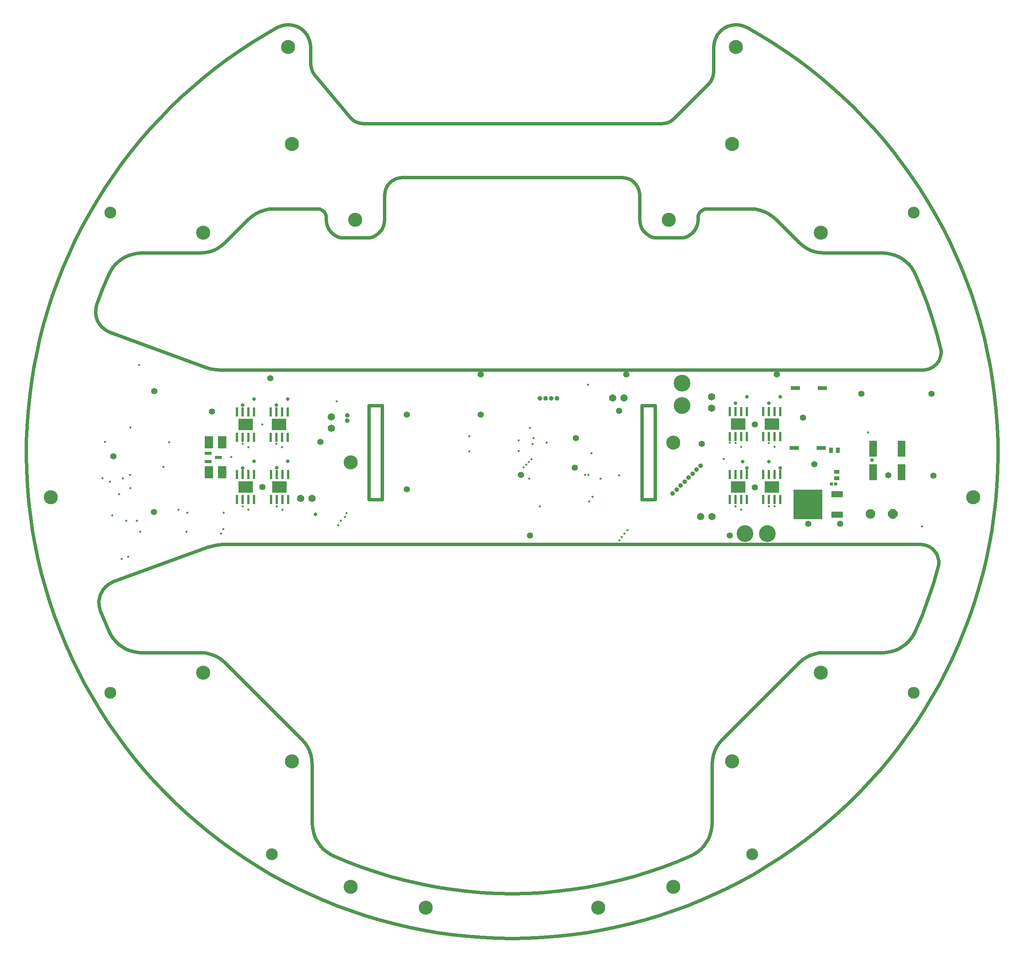
<source format=gbs>
G04*
G04 #@! TF.GenerationSoftware,Altium Limited,Altium Designer,18.1.7 (191)*
G04*
G04 Layer_Color=16711935*
%FSLAX42Y42*%
%MOMM*%
G71*
G01*
G75*
%ADD19C,0.80*%
%ADD20R,1.17X0.90*%
%ADD28R,0.90X1.17*%
%ADD44R,1.65X0.75*%
%ADD52C,1.05*%
%ADD53C,1.65*%
%ADD54C,2.15*%
%ADD55P,2.33X8X202.5*%
%ADD56C,3.75*%
%ADD57C,2.65*%
%ADD58C,3.15*%
%ADD59C,0.50*%
%ADD60C,1.42*%
%ADD61C,0.80*%
%ADD120R,0.65X0.80*%
%ADD121R,2.15X0.95*%
%ADD122R,6.40X6.65*%
%ADD123R,2.65X1.35*%
%ADD124R,1.67X3.53*%
%ADD125R,1.85X2.69*%
%ADD126R,0.60X2.05*%
%ADD127R,3.25X2.55*%
D19*
X14049Y9800D02*
Y11900D01*
X13749D02*
X14049D01*
X13749Y9800D02*
Y11900D01*
Y9800D02*
X14049D01*
X4367Y15480D02*
X4446Y15549D01*
X4280Y15422D02*
X4367Y15480D01*
X4186Y15375D02*
X4280Y15422D01*
X4087Y15342D02*
X4186Y15375D01*
X3984Y15321D02*
X4087Y15342D01*
X3880Y15314D02*
X3984Y15321D01*
X2574Y15314D02*
X3880D01*
X2481Y15309D02*
X2574Y15314D01*
X2391Y15293D02*
X2481Y15309D01*
X2302Y15267D02*
X2391Y15293D01*
X2217Y15231D02*
X2302Y15267D01*
X2137Y15185D02*
X2217Y15231D01*
X2063Y15130D02*
X2137Y15185D01*
X1995Y15067D02*
X2063Y15130D01*
X1936Y14997D02*
X1995Y15067D01*
X1884Y14920D02*
X1936Y14997D01*
X1842Y14838D02*
X1884Y14920D01*
X1703Y14508D02*
X1842Y14838D01*
X1576Y14173D02*
X1703Y14508D01*
X1555Y14097D02*
X1576Y14173D01*
X1547Y14019D02*
X1555Y14097D01*
X1547Y14019D02*
X1550Y13941D01*
X1566Y13865D01*
X1594Y13792D01*
X1633Y13724D01*
X1681Y13662D01*
X1739Y13610D01*
X1804Y13567D01*
X1876Y13534D01*
X4002Y12760D01*
X4113Y12727D01*
X4228Y12707D01*
X4344Y12700D01*
X20027D01*
X20092Y12705D01*
X20156Y12721D01*
X20216Y12748D01*
X20272Y12784D01*
X20320Y12828D01*
X20361Y12880D01*
X20392Y12938D01*
X20414Y13000D01*
X20425Y13064D01*
X20426Y13130D01*
X20415Y13195D02*
X20426Y13130D01*
X20327Y13531D02*
X20415Y13195D01*
X20226Y13864D02*
X20327Y13531D01*
X20114Y14193D02*
X20226Y13864D01*
X19990Y14518D02*
X20114Y14193D01*
X19855Y14838D02*
X19990Y14518D01*
X19813Y14920D02*
X19855Y14838D01*
X19761Y14997D02*
X19813Y14920D01*
X19702Y15067D02*
X19761Y14997D01*
X19634Y15130D02*
X19702Y15067D01*
X19560Y15185D02*
X19634Y15130D01*
X19480Y15231D02*
X19560Y15185D01*
X19395Y15267D02*
X19480Y15231D01*
X19306Y15293D02*
X19395Y15267D01*
X19216Y15309D02*
X19306Y15293D01*
X19123Y15314D02*
X19216Y15309D01*
X17817Y15314D02*
X19123D01*
X17713Y15321D02*
X17817Y15314D01*
X17610Y15342D02*
X17713Y15321D01*
X17511Y15375D02*
X17610Y15342D01*
X17417Y15422D02*
X17511Y15375D01*
X17330Y15480D02*
X17417Y15422D01*
X17251Y15549D02*
X17330Y15480D01*
X16734Y16066D02*
X17251Y15549D01*
X16656Y16135D02*
X16734Y16066D01*
X16569Y16193D02*
X16656Y16135D01*
X16475Y16239D02*
X16569Y16193D01*
X16376Y16273D02*
X16475Y16239D01*
X16273Y16293D02*
X16376Y16273D01*
X16169Y16300D02*
X16273Y16293D01*
X15199Y16300D02*
X16169D01*
X15154Y16295D02*
X15199Y16300D01*
X15112Y16280D02*
X15154Y16295D01*
X15074Y16256D02*
X15112Y16280D01*
X15042Y16225D02*
X15074Y16256D01*
X15018Y16187D02*
X15042Y16225D01*
X15004Y16145D02*
X15018Y16187D01*
X14999Y16100D02*
X15004Y16145D01*
X14999Y16050D02*
Y16100D01*
X14992Y15981D02*
X14999Y16050D01*
X14974Y15913D02*
X14992Y15981D01*
X14945Y15850D02*
X14974Y15913D01*
X14905Y15793D02*
X14945Y15850D01*
X14856Y15744D02*
X14905Y15793D01*
X14799Y15704D02*
X14856Y15744D01*
X14735Y15674D02*
X14799Y15704D01*
X14668Y15656D02*
X14735Y15674D01*
X14599Y15650D02*
X14668Y15656D01*
X14099Y15650D02*
X14599D01*
X14029Y15656D02*
X14099Y15650D01*
X13962Y15674D02*
X14029Y15656D01*
X13899Y15704D02*
X13962Y15674D01*
X13841Y15744D02*
X13899Y15704D01*
X13792Y15793D02*
X13841Y15744D01*
X13752Y15850D02*
X13792Y15793D01*
X13723Y15913D02*
X13752Y15850D01*
X13705Y15981D02*
X13723Y15913D01*
X13699Y16050D02*
X13705Y15981D01*
X13699Y16050D02*
Y16600D01*
X13692Y16669D02*
X13699Y16600D01*
X13674Y16737D02*
X13692Y16669D01*
X13645Y16800D02*
X13674Y16737D01*
X13605Y16857D02*
X13645Y16800D01*
X13556Y16906D02*
X13605Y16857D01*
X13499Y16946D02*
X13556Y16906D01*
X13435Y16976D02*
X13499Y16946D01*
X13368Y16994D02*
X13435Y16976D01*
X13299Y17000D02*
X13368Y16994D01*
X8399Y17000D02*
X13299D01*
X8329Y16994D02*
X8399Y17000D01*
X8262Y16976D02*
X8329Y16994D01*
X8199Y16946D02*
X8262Y16976D01*
X8141Y16906D02*
X8199Y16946D01*
X8092Y16857D02*
X8141Y16906D01*
X8052Y16800D02*
X8092Y16857D01*
X8023Y16737D02*
X8052Y16800D01*
X8005Y16669D02*
X8023Y16737D01*
X7999Y16600D02*
X8005Y16669D01*
X7999Y16050D02*
Y16600D01*
X7992Y15981D02*
X7999Y16050D01*
X7974Y15913D02*
X7992Y15981D01*
X7945Y15850D02*
X7974Y15913D01*
X7905Y15793D02*
X7945Y15850D01*
X7856Y15744D02*
X7905Y15793D01*
X7799Y15704D02*
X7856Y15744D01*
X7735Y15674D02*
X7799Y15704D01*
X7668Y15656D02*
X7735Y15674D01*
X7599Y15650D02*
X7668Y15656D01*
X7099Y15650D02*
X7599D01*
X7029Y15656D02*
X7099Y15650D01*
X6962Y15674D02*
X7029Y15656D01*
X6899Y15704D02*
X6962Y15674D01*
X6841Y15744D02*
X6899Y15704D01*
X6792Y15793D02*
X6841Y15744D01*
X6752Y15850D02*
X6792Y15793D01*
X6723Y15913D02*
X6752Y15850D01*
X6705Y15981D02*
X6723Y15913D01*
X6699Y16050D02*
X6705Y15981D01*
X6699Y16050D02*
Y16100D01*
X6693Y16145D02*
X6699Y16100D01*
X6679Y16187D02*
X6693Y16145D01*
X6655Y16225D02*
X6679Y16187D01*
X6623Y16256D02*
X6655Y16225D01*
X6585Y16280D02*
X6623Y16256D01*
X6543Y16295D02*
X6585Y16280D01*
X6499Y16300D02*
X6543Y16295D01*
X5528Y16300D02*
X6499D01*
X5424Y16293D02*
X5528Y16300D01*
X5321Y16273D02*
X5424Y16293D01*
X5222Y16239D02*
X5321Y16273D01*
X5128Y16193D02*
X5222Y16239D01*
X5041Y16135D02*
X5128Y16193D01*
X4963Y16066D02*
X5041Y16135D01*
X4446Y15549D02*
X4963Y16066D01*
X1883Y7940D02*
X1948Y7970D01*
X1822Y7901D02*
X1883Y7940D01*
X1767Y7854D02*
X1822Y7901D01*
X1720Y7800D02*
X1767Y7854D01*
X1681Y7739D02*
X1720Y7800D01*
X1651Y7674D02*
X1681Y7739D01*
X1630Y7604D02*
X1651Y7674D01*
X1620Y7533D02*
X1630Y7604D01*
X1620Y7533D02*
X1621Y7461D01*
X1632Y7390D01*
X1653Y7321D01*
X1842Y6862D01*
X1884Y6780D01*
X1936Y6703D01*
X1995Y6633D01*
X2063Y6570D01*
X2137Y6515D01*
X2217Y6469D01*
X2302Y6433D01*
X2391Y6407D01*
X2481Y6391D01*
X2574Y6386D01*
X3880D01*
X3984Y6379D01*
X4087Y6358D01*
X4186Y6325D01*
X4280Y6278D01*
X4367Y6220D01*
X4446Y6151D01*
X6150Y4447D01*
X6219Y4368D01*
X6277Y4281D01*
X6323Y4188D01*
X6357Y4088D01*
X6377Y3986D01*
X6384Y3881D01*
Y2575D02*
Y3881D01*
Y2575D02*
X6389Y2483D01*
X6405Y2392D01*
X6432Y2304D01*
X6468Y2219D01*
X6514Y2139D01*
X6568Y2064D01*
X6631Y1997D01*
X6701Y1937D01*
X6778Y1886D01*
X6860Y1844D01*
X7175Y1710D01*
X7495Y1588D01*
X7819Y1478D01*
X8146Y1378D01*
X8477Y1290D01*
X8810Y1213D01*
X9146Y1148D01*
X9484Y1095D01*
X9824Y1053D01*
X10165Y1024D01*
X10506Y1006D01*
X10849Y1000D01*
X11191Y1006D01*
X11532Y1024D01*
X11873Y1053D01*
X12213Y1095D01*
X12551Y1148D01*
X12887Y1213D01*
X13220Y1290D01*
X13551Y1378D01*
X13878Y1478D01*
X14202Y1588D01*
X14522Y1710D01*
X14837Y1844D01*
X14919Y1886D01*
X14996Y1937D01*
X15066Y1997D01*
X15129Y2064D01*
X15183Y2139D01*
X15229Y2219D01*
X15265Y2304D01*
X15292Y2392D01*
X15308Y2483D01*
X15313Y2575D01*
Y3881D01*
X15320Y3986D01*
X15340Y4088D01*
X15374Y4188D01*
X15420Y4281D01*
X15478Y4368D01*
X15547Y4447D01*
X17251Y6151D01*
X17330Y6220D01*
X17417Y6278D01*
X17511Y6325D01*
X17610Y6358D01*
X17713Y6379D01*
X17817Y6386D01*
X19123D01*
X19216Y6391D01*
X19306Y6407D01*
X19395Y6433D01*
X19480Y6469D01*
X19560Y6515D01*
X19634Y6570D01*
X19702Y6633D01*
X19761Y6703D01*
X19813Y6780D01*
X19855Y6862D01*
X20002Y7213D01*
X20136Y7569D01*
X20256Y7931D01*
X20362Y8296D01*
X20374Y8362D01*
X20374Y8428D01*
X20364Y8494D02*
X20374Y8428D01*
X20343Y8557D02*
X20364Y8494D01*
X20312Y8616D02*
X20343Y8557D01*
X20271Y8669D02*
X20312Y8616D01*
X20223Y8714D02*
X20271Y8669D01*
X20167Y8751D02*
X20223Y8714D01*
X20106Y8778D02*
X20167Y8751D01*
X20042Y8794D02*
X20106Y8778D01*
X19975Y8800D02*
X20042Y8794D01*
X4406Y8800D02*
X19975D01*
X4290Y8793D02*
X4406Y8800D01*
X4176Y8773D02*
X4290Y8793D01*
X4064Y8740D02*
X4176Y8773D01*
X1948Y7970D02*
X4064Y8740D01*
X7649Y11900D02*
X7949D01*
X7649Y9800D02*
Y11900D01*
Y9800D02*
X7949D01*
Y11900D01*
X5607Y20350D02*
X5674Y20381D01*
X5745Y20401D01*
X5819Y20411D01*
X5893Y20410D01*
X5966Y20398D01*
X6036Y20376D01*
X6103Y20343D01*
X6163Y20300D01*
X6217Y20250D01*
X6263Y20192D01*
X6300Y20127D01*
X6327Y20058D01*
X6343Y19986D01*
X6349Y19912D01*
Y19545D02*
Y19912D01*
Y19545D02*
X6355Y19476D01*
X6372Y19409D01*
X6402Y19346D01*
X6441Y19289D01*
X7229Y18344D01*
X7278Y18294D01*
X7335Y18254D01*
X7399Y18224D01*
X7466Y18206D01*
X7536Y18200D01*
X14183D01*
X14261Y18208D01*
X14336Y18230D01*
X14405Y18267D01*
X14466Y18317D01*
X15231Y19083D01*
X15281Y19143D01*
X15318Y19213D01*
X15341Y19288D01*
X15349Y19366D01*
Y19912D01*
X15354Y19986D01*
X15370Y20058D01*
X15397Y20127D01*
X15434Y20192D01*
X15480Y20250D01*
X15534Y20300D01*
X15594Y20343D01*
X15661Y20376D01*
X15731Y20398D01*
X15804Y20410D01*
X15878Y20411D01*
X15952Y20401D01*
X16023Y20381D01*
X16090Y20350D01*
X16379Y20185D01*
X16663Y20011D01*
X16941Y19828D01*
X17213Y19637D01*
X17480Y19438D01*
X17740Y19231D01*
X17993Y19015D01*
X18240Y18792D01*
X18481Y18562D01*
X18713Y18324D01*
X18939Y18080D01*
X19157Y17828D01*
X19367Y17570D01*
X19569Y17306D01*
X19763Y17035D01*
X19948Y16759D01*
X20125Y16477D01*
X20293Y16190D01*
X20453Y15898D01*
X20603Y15601D01*
X20744Y15300D01*
X20876Y14994D01*
X20998Y14685D01*
X21111Y14372D01*
X21214Y14056D01*
X21308Y13736D01*
X21391Y13414D01*
X21465Y13090D01*
X21528Y12763D01*
X21582Y12435D01*
X21626Y12105D01*
X21659Y11774D01*
X21682Y11442D01*
X21695Y11109D01*
X21698Y10777D01*
X21691Y10444D02*
X21698Y10777D01*
X21673Y10112D02*
X21691Y10444D01*
X21646Y9780D02*
X21673Y10112D01*
X21608Y9450D02*
X21646Y9780D01*
X21560Y9120D02*
X21608Y9450D01*
X21502Y8793D02*
X21560Y9120D01*
X21434Y8467D02*
X21502Y8793D01*
X21356Y8144D02*
X21434Y8467D01*
X21268Y7823D02*
X21356Y8144D01*
X21170Y7505D02*
X21268Y7823D01*
X21062Y7190D02*
X21170Y7505D01*
X20945Y6878D02*
X21062Y7190D01*
X20819Y6571D02*
X20945Y6878D01*
X20683Y6267D02*
X20819Y6571D01*
X20538Y5968D02*
X20683Y6267D01*
X20384Y5673D02*
X20538Y5968D01*
X20220Y5383D02*
X20384Y5673D01*
X20048Y5098D02*
X20220Y5383D01*
X19868Y4819D02*
X20048Y5098D01*
X19678Y4545D02*
X19868Y4819D01*
X19481Y4277D02*
X19678Y4545D01*
X19275Y4015D02*
X19481Y4277D01*
X19062Y3760D02*
X19275Y4015D01*
X18841Y3512D02*
X19062Y3760D01*
X18612Y3270D02*
X18841Y3512D01*
X18376Y3036D02*
X18612Y3270D01*
X18133Y2809D02*
X18376Y3036D01*
X17883Y2589D02*
X18133Y2809D01*
X17626Y2377D02*
X17883Y2589D01*
X17363Y2173D02*
X17626Y2377D01*
X17094Y1978D02*
X17363Y2173D01*
X16819Y1790D02*
X17094Y1978D01*
X16538Y1612D02*
X16819Y1790D01*
X16252Y1441D02*
X16538Y1612D01*
X15961Y1280D02*
X16252Y1441D01*
X15665Y1128D02*
X15961Y1280D01*
X15365Y985D02*
X15665Y1128D01*
X15060Y851D02*
X15365Y985D01*
X14752Y726D02*
X15060Y851D01*
X14440Y612D02*
X14752Y726D01*
X14124Y506D02*
X14440Y612D01*
X13805Y411D02*
X14124Y506D01*
X13484Y325D02*
X13805Y411D01*
X13160Y249D02*
X13484Y325D01*
X12834Y183D02*
X13160Y249D01*
X12506Y127D02*
X12834Y183D01*
X12176Y82D02*
X12506Y127D01*
X11845Y46D02*
X12176Y82D01*
X11514Y20D02*
X11845Y46D01*
X11181Y5D02*
X11514Y20D01*
X10849Y-0D02*
X11181Y5D01*
X10516D02*
X10849Y-0D01*
X10183Y20D02*
X10516Y5D01*
X9852Y46D02*
X10183Y20D01*
X9521Y82D02*
X9852Y46D01*
X9191Y127D02*
X9521Y82D01*
X8863Y183D02*
X9191Y127D01*
X8537Y249D02*
X8863Y183D01*
X8213Y325D02*
X8537Y249D01*
X7892Y411D02*
X8213Y325D01*
X7573Y506D02*
X7892Y411D01*
X7257Y612D02*
X7573Y506D01*
X6945Y726D02*
X7257Y612D01*
X6637Y851D02*
X6945Y726D01*
X6332Y985D02*
X6637Y851D01*
X6032Y1128D02*
X6332Y985D01*
X5736Y1280D02*
X6032Y1128D01*
X5445Y1441D02*
X5736Y1280D01*
X5159Y1612D02*
X5445Y1441D01*
X4878Y1790D02*
X5159Y1612D01*
X4603Y1978D02*
X4878Y1790D01*
X4334Y2173D02*
X4603Y1978D01*
X4071Y2377D02*
X4334Y2173D01*
X3814Y2589D02*
X4071Y2377D01*
X3564Y2809D02*
X3814Y2589D01*
X3321Y3036D02*
X3564Y2809D01*
X3085Y3270D02*
X3321Y3036D01*
X2856Y3512D02*
X3085Y3270D01*
X2635Y3760D02*
X2856Y3512D01*
X2422Y4015D02*
X2635Y3760D01*
X2216Y4277D02*
X2422Y4015D01*
X2019Y4545D02*
X2216Y4277D01*
X1829Y4819D02*
X2019Y4545D01*
X1649Y5098D02*
X1829Y4819D01*
X1477Y5383D02*
X1649Y5098D01*
X1313Y5673D02*
X1477Y5383D01*
X1159Y5968D02*
X1313Y5673D01*
X1014Y6267D02*
X1159Y5968D01*
X878Y6571D02*
X1014Y6267D01*
X752Y6878D02*
X878Y6571D01*
X635Y7190D02*
X752Y6878D01*
X527Y7505D02*
X635Y7190D01*
X429Y7823D02*
X527Y7505D01*
X341Y8144D02*
X429Y7823D01*
X263Y8467D02*
X341Y8144D01*
X195Y8793D02*
X263Y8467D01*
X137Y9120D02*
X195Y8793D01*
X89Y9450D02*
X137Y9120D01*
X51Y9780D02*
X89Y9450D01*
X24Y10112D02*
X51Y9780D01*
X6Y10444D02*
X24Y10112D01*
X-1Y10777D02*
X6Y10444D01*
X-1Y10777D02*
X2Y11109D01*
X15Y11442D01*
X38Y11774D01*
X71Y12105D01*
X115Y12435D01*
X169Y12763D01*
X232Y13090D01*
X306Y13414D01*
X389Y13736D01*
X483Y14056D01*
X586Y14372D01*
X699Y14685D01*
X821Y14994D01*
X953Y15300D01*
X1094Y15601D01*
X1244Y15898D01*
X1404Y16190D01*
X1572Y16477D01*
X1749Y16759D01*
X1934Y17035D01*
X2128Y17306D01*
X2330Y17570D01*
X2540Y17828D01*
X2758Y18080D01*
X2984Y18324D01*
X3216Y18562D01*
X3457Y18792D01*
X3704Y19015D01*
X3957Y19231D01*
X4217Y19438D01*
X4484Y19637D01*
X4756Y19828D01*
X5034Y20011D01*
X5318Y20185D01*
X5607Y20350D01*
X14049Y9800D02*
Y11900D01*
X13749D02*
X14049D01*
X13749Y9800D02*
Y11900D01*
Y9800D02*
X14049D01*
X7649Y11900D02*
X7949D01*
X7649Y9800D02*
Y11900D01*
Y9800D02*
X7949D01*
Y11900D01*
D20*
X18104Y10424D02*
D03*
Y10276D02*
D03*
D28*
X18124Y10900D02*
D03*
X17976D02*
D03*
D44*
X4295Y10740D02*
D03*
X4065Y10835D02*
D03*
Y10645D02*
D03*
D52*
X11475Y12065D02*
D03*
X11600D02*
D03*
X11850D02*
D03*
X11725D02*
D03*
X14880Y10380D02*
D03*
X14792Y10292D02*
D03*
X14968Y10468D02*
D03*
X15057Y10557D02*
D03*
X14703Y10203D02*
D03*
X14615Y10115D02*
D03*
X14438Y9938D02*
D03*
X14526Y10026D02*
D03*
X7168Y11685D02*
D03*
Y11560D02*
D03*
D53*
X13096Y12072D02*
D03*
X13350D02*
D03*
X15312Y9425D02*
D03*
X15058D02*
D03*
X15310Y12097D02*
D03*
Y11843D02*
D03*
X6382Y9825D02*
D03*
X6128D02*
D03*
X6815Y11652D02*
D03*
Y11398D02*
D03*
D54*
X18850Y9480D02*
D03*
D55*
X19350D02*
D03*
D56*
X16055Y9040D02*
D03*
X16555D02*
D03*
X14643Y12405D02*
D03*
Y11905D02*
D03*
D57*
X5486Y1881D02*
D03*
X19818Y5487D02*
D03*
X1879D02*
D03*
Y16213D02*
D03*
X19818D02*
D03*
X16211Y1881D02*
D03*
D58*
X547Y9850D02*
D03*
X7249Y1146D02*
D03*
X8924Y681D02*
D03*
X5849Y19912D02*
D03*
X3954Y15764D02*
D03*
Y5936D02*
D03*
X17743Y15764D02*
D03*
X15763Y17744D02*
D03*
X14349Y16050D02*
D03*
X5934Y3956D02*
D03*
X7349Y16050D02*
D03*
X5934Y17744D02*
D03*
X7249Y10630D02*
D03*
X14449Y11070D02*
D03*
X17743Y5936D02*
D03*
X15763Y3956D02*
D03*
X21150Y9850D02*
D03*
X15849Y19912D02*
D03*
X12774Y681D02*
D03*
X14449Y1146D02*
D03*
D59*
X18800Y11300D02*
D03*
X1921Y9450D02*
D03*
X2550Y9079D02*
D03*
X5275Y11475D02*
D03*
X20009Y9200D02*
D03*
X4404Y9141D02*
D03*
X12545Y12370D02*
D03*
X13360Y9040D02*
D03*
X13302Y8962D02*
D03*
X12557Y10350D02*
D03*
X12475D02*
D03*
X13240Y10347D02*
D03*
X13423Y9115D02*
D03*
X13250Y8888D02*
D03*
X15575Y10707D02*
D03*
X6930Y11997D02*
D03*
X16712Y9653D02*
D03*
X11225Y10640D02*
D03*
X11285Y10703D02*
D03*
X11165Y10582D02*
D03*
X11110Y10520D02*
D03*
X11230Y10270D02*
D03*
X11000Y10890D02*
D03*
X12825Y10267D02*
D03*
X1700Y10280D02*
D03*
X2070Y9920D02*
D03*
X1760Y11090D02*
D03*
X2520Y12810D02*
D03*
X7150Y9497D02*
D03*
X12650Y9860D02*
D03*
X12575Y9760D02*
D03*
X11475Y9650D02*
D03*
X2475Y9325D02*
D03*
X11620Y11070D02*
D03*
X11250Y11400D02*
D03*
X11310Y11040D02*
D03*
X11330Y11170D02*
D03*
X12625Y10835D02*
D03*
X4964Y10971D02*
D03*
X3060Y10530D02*
D03*
X3600Y9510D02*
D03*
X3190Y11080D02*
D03*
X4837Y11043D02*
D03*
X7115Y9410D02*
D03*
X6970Y9230D02*
D03*
X7025Y9325D02*
D03*
X4350Y9043D02*
D03*
X3400Y9570D02*
D03*
X4406Y9510D02*
D03*
X2161Y10279D02*
D03*
X3580Y9080D02*
D03*
X1874Y10197D02*
D03*
X2325Y11411D02*
D03*
X4575Y10750D02*
D03*
X2236Y9325D02*
D03*
X2275Y8525D02*
D03*
X2131Y8474D02*
D03*
X11000Y11125D02*
D03*
X5721Y9575D02*
D03*
X5594Y9650D02*
D03*
X4964Y9575D02*
D03*
X4837Y9650D02*
D03*
X2326Y10058D02*
D03*
X2319Y10356D02*
D03*
X15963Y10981D02*
D03*
X9899Y11220D02*
D03*
Y10880D02*
D03*
X5713Y10970D02*
D03*
X5586Y11043D02*
D03*
X16713Y10980D02*
D03*
X15837Y11062D02*
D03*
X16587Y11060D02*
D03*
X15710Y11070D02*
D03*
X16587Y9650D02*
D03*
X15964Y9575D02*
D03*
X15837Y9650D02*
D03*
D60*
X10150Y12595D02*
D03*
X13400D02*
D03*
X16761Y12600D02*
D03*
X15710Y8997D02*
D03*
X17466Y9257D02*
D03*
X18175D02*
D03*
X20256Y10338D02*
D03*
X20216Y12161D02*
D03*
X19250Y10347D02*
D03*
X18650Y12161D02*
D03*
X17600Y10591D02*
D03*
X16269Y10076D02*
D03*
X16272Y11475D02*
D03*
X15084Y11050D02*
D03*
X13240Y11784D02*
D03*
X11047Y10350D02*
D03*
X12277Y11170D02*
D03*
X12250Y10510D02*
D03*
X11250Y8997D02*
D03*
X10150Y11702D02*
D03*
X8500Y10031D02*
D03*
Y11702D02*
D03*
X1947Y10770D02*
D03*
X5450Y12508D02*
D03*
X5273Y10085D02*
D03*
X6565Y11091D02*
D03*
X2850Y9519D02*
D03*
X2860Y12220D02*
D03*
X4151Y11770D02*
D03*
X17349Y11629D02*
D03*
D61*
X18890Y10682D02*
D03*
X5090Y10656D02*
D03*
X16000Y10645D02*
D03*
X16091Y10507D02*
D03*
X16587Y11955D02*
D03*
X16090Y12100D02*
D03*
X5838Y10655D02*
D03*
X15843Y11955D02*
D03*
X16843Y12100D02*
D03*
X6460Y9475D02*
D03*
X4837Y10508D02*
D03*
X5594Y10510D02*
D03*
X5586Y11908D02*
D03*
X5840Y12048D02*
D03*
X5091Y12050D02*
D03*
X4837Y11908D02*
D03*
X16588Y10647D02*
D03*
X16840Y10507D02*
D03*
D120*
X18078Y10150D02*
D03*
X17982D02*
D03*
D121*
X17150Y10950D02*
D03*
X17750D02*
D03*
X17180Y12290D02*
D03*
X17780D02*
D03*
D122*
X17455Y9693D02*
D03*
D123*
X18105Y9464D02*
D03*
Y9921D02*
D03*
D124*
X19549Y10410D02*
D03*
X18911D02*
D03*
X19549Y10935D02*
D03*
X18911D02*
D03*
D125*
X4380Y11080D02*
D03*
X4080D02*
D03*
X4080Y10410D02*
D03*
X4380D02*
D03*
D126*
X5847Y10365D02*
D03*
X5720D02*
D03*
X5593D02*
D03*
X5466D02*
D03*
X5847Y9805D02*
D03*
X5720D02*
D03*
X5593D02*
D03*
X5466D02*
D03*
X5091Y10365D02*
D03*
X4964D02*
D03*
X4837D02*
D03*
X4710D02*
D03*
X5091Y9805D02*
D03*
X4964D02*
D03*
X4837D02*
D03*
X4710D02*
D03*
X5840Y11755D02*
D03*
X5713D02*
D03*
X5586D02*
D03*
X5459D02*
D03*
X5840Y11195D02*
D03*
X5713D02*
D03*
X5586D02*
D03*
X5459D02*
D03*
X5091Y11755D02*
D03*
X4964D02*
D03*
X4837D02*
D03*
X4710D02*
D03*
X5091Y11195D02*
D03*
X4964D02*
D03*
X4837D02*
D03*
X4710D02*
D03*
X16091Y11765D02*
D03*
X15964D02*
D03*
X15837D02*
D03*
X15710D02*
D03*
X16091Y11205D02*
D03*
X15964D02*
D03*
X15837D02*
D03*
X15710D02*
D03*
X16840Y11765D02*
D03*
X16713D02*
D03*
X16587D02*
D03*
X16460D02*
D03*
X16840Y11205D02*
D03*
X16713D02*
D03*
X16587D02*
D03*
X16460D02*
D03*
X16840Y10365D02*
D03*
X16713D02*
D03*
X16587D02*
D03*
X16460D02*
D03*
X16840Y9805D02*
D03*
X16713D02*
D03*
X16587D02*
D03*
X16460D02*
D03*
X16091Y10365D02*
D03*
X15964D02*
D03*
X15837D02*
D03*
X15710D02*
D03*
X16091Y9805D02*
D03*
X15964D02*
D03*
X15837D02*
D03*
X15710D02*
D03*
D127*
X5657Y10085D02*
D03*
X4900Y10085D02*
D03*
X5649Y11475D02*
D03*
X4900Y11475D02*
D03*
X15900Y11485D02*
D03*
X16650Y11485D02*
D03*
Y10085D02*
D03*
X15900D02*
D03*
M02*

</source>
